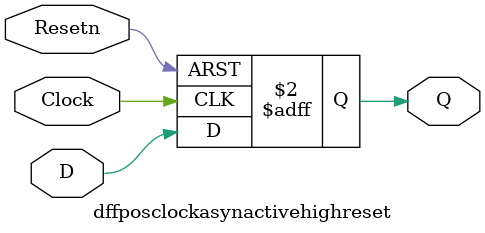
<source format=v>
module dffposclockasynactivehighreset(D,Clock,Resetn,Q);
	input D,Clock,Resetn;
	output Q;
	reg Q;
	always @(posedge Resetn or posedge Clock)
	if(Resetn)
		Q<=0;
	else
		Q<=D;
endmodule

</source>
